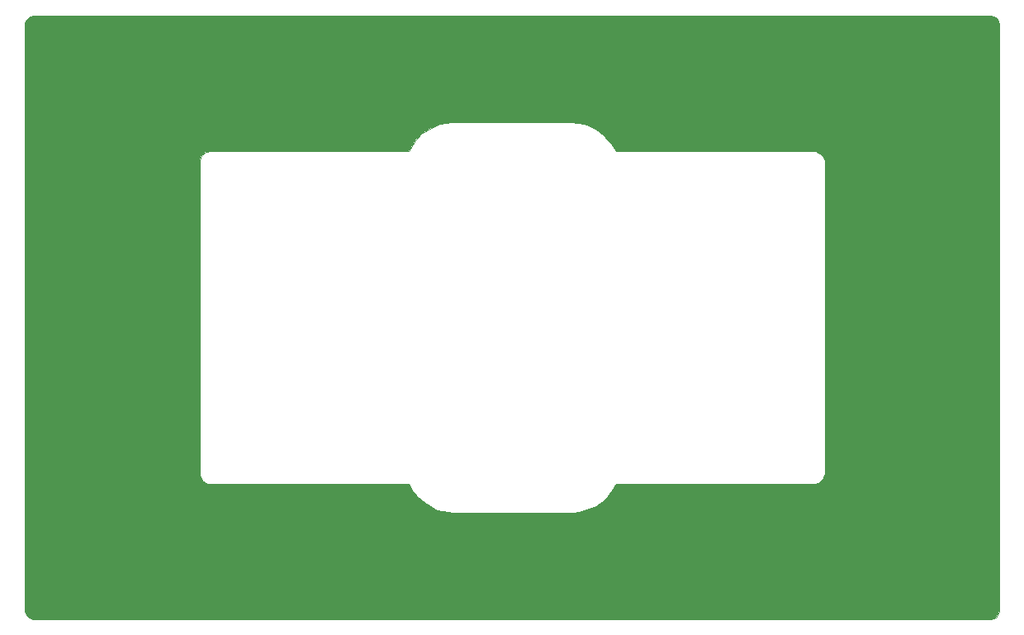
<source format=gbr>
G04 #@! TF.FileFunction,Soldermask,Bot*
%FSLAX46Y46*%
G04 Gerber Fmt 4.6, Leading zero omitted, Abs format (unit mm)*
G04 Created by KiCad (PCBNEW 0.201603210401+6634~43~ubuntu14.04.1-product) date Mon 18 Apr 2016 03:28:45 PM CEST*
%MOMM*%
G01*
G04 APERTURE LIST*
%ADD10C,0.100000*%
%ADD11C,7.400000*%
G04 APERTURE END LIST*
D10*
D11*
X144000000Y-74500000D03*
X56000000Y-74500000D03*
X56000000Y-125500000D03*
X144000000Y-125500000D03*
D10*
G36*
X149379470Y-69146406D02*
X149663944Y-69336056D01*
X149854684Y-69622166D01*
X149950000Y-69908113D01*
X149950000Y-130091887D01*
X149855132Y-130376490D01*
X149568413Y-130758783D01*
X149090370Y-130950000D01*
X51006155Y-130950000D01*
X50620530Y-130853594D01*
X50336056Y-130663944D01*
X50146406Y-130379470D01*
X50050000Y-129993845D01*
X50050000Y-83900000D01*
X67950000Y-83900000D01*
X67950000Y-116200000D01*
X67957125Y-116225725D01*
X68257125Y-116725725D01*
X68274275Y-116742875D01*
X68774275Y-117042875D01*
X68800000Y-117050000D01*
X89370984Y-117050000D01*
X89756588Y-117724807D01*
X89762037Y-117732540D01*
X90362037Y-118432540D01*
X90367460Y-118437963D01*
X91067460Y-119037963D01*
X91074806Y-119043189D01*
X92274806Y-119743189D01*
X92291311Y-119749239D01*
X93991311Y-120049239D01*
X94000000Y-120050000D01*
X106300000Y-120050000D01*
X106310847Y-120048809D01*
X107210847Y-119848809D01*
X107216817Y-119847087D01*
X108616817Y-119347087D01*
X108630697Y-119339468D01*
X109530697Y-118639468D01*
X109539468Y-118630697D01*
X110239468Y-117730697D01*
X110243412Y-117724807D01*
X110629016Y-117050000D01*
X131000000Y-117050000D01*
X131012127Y-117048507D01*
X131412127Y-116948507D01*
X131435355Y-116935355D01*
X131935355Y-116435355D01*
X131948507Y-116412127D01*
X132048507Y-116012127D01*
X132050000Y-116000000D01*
X132050000Y-83900000D01*
X132044721Y-83877639D01*
X131844721Y-83477639D01*
X131835355Y-83464645D01*
X131535355Y-83164645D01*
X131522361Y-83155279D01*
X131122361Y-82955279D01*
X131100000Y-82950000D01*
X110627712Y-82950000D01*
X110142400Y-82173500D01*
X110137370Y-82166782D01*
X109337370Y-81266782D01*
X109330000Y-81260000D01*
X108530000Y-80660000D01*
X108520690Y-80654482D01*
X107420690Y-80154482D01*
X107407603Y-80150581D01*
X106107603Y-79950581D01*
X106100000Y-79950000D01*
X93800000Y-79950000D01*
X93791780Y-79950680D01*
X92591780Y-80150680D01*
X92579693Y-80154309D01*
X91679693Y-80554309D01*
X91674275Y-80557125D01*
X90674275Y-81157125D01*
X90662037Y-81167460D01*
X90062037Y-81867460D01*
X90057817Y-81873156D01*
X89372553Y-82950000D01*
X69100000Y-82950000D01*
X69090194Y-82950971D01*
X68590194Y-83050971D01*
X68570000Y-83060000D01*
X68170000Y-83360000D01*
X68153576Y-83381430D01*
X67953576Y-83881430D01*
X67950000Y-83900000D01*
X50050000Y-83900000D01*
X50050000Y-69908113D01*
X50145316Y-69622166D01*
X50336056Y-69336056D01*
X50622166Y-69145316D01*
X50908113Y-69050000D01*
X148993845Y-69050000D01*
X149379470Y-69146406D01*
X149379470Y-69146406D01*
G37*
X149379470Y-69146406D02*
X149663944Y-69336056D01*
X149854684Y-69622166D01*
X149950000Y-69908113D01*
X149950000Y-130091887D01*
X149855132Y-130376490D01*
X149568413Y-130758783D01*
X149090370Y-130950000D01*
X51006155Y-130950000D01*
X50620530Y-130853594D01*
X50336056Y-130663944D01*
X50146406Y-130379470D01*
X50050000Y-129993845D01*
X50050000Y-83900000D01*
X67950000Y-83900000D01*
X67950000Y-116200000D01*
X67957125Y-116225725D01*
X68257125Y-116725725D01*
X68274275Y-116742875D01*
X68774275Y-117042875D01*
X68800000Y-117050000D01*
X89370984Y-117050000D01*
X89756588Y-117724807D01*
X89762037Y-117732540D01*
X90362037Y-118432540D01*
X90367460Y-118437963D01*
X91067460Y-119037963D01*
X91074806Y-119043189D01*
X92274806Y-119743189D01*
X92291311Y-119749239D01*
X93991311Y-120049239D01*
X94000000Y-120050000D01*
X106300000Y-120050000D01*
X106310847Y-120048809D01*
X107210847Y-119848809D01*
X107216817Y-119847087D01*
X108616817Y-119347087D01*
X108630697Y-119339468D01*
X109530697Y-118639468D01*
X109539468Y-118630697D01*
X110239468Y-117730697D01*
X110243412Y-117724807D01*
X110629016Y-117050000D01*
X131000000Y-117050000D01*
X131012127Y-117048507D01*
X131412127Y-116948507D01*
X131435355Y-116935355D01*
X131935355Y-116435355D01*
X131948507Y-116412127D01*
X132048507Y-116012127D01*
X132050000Y-116000000D01*
X132050000Y-83900000D01*
X132044721Y-83877639D01*
X131844721Y-83477639D01*
X131835355Y-83464645D01*
X131535355Y-83164645D01*
X131522361Y-83155279D01*
X131122361Y-82955279D01*
X131100000Y-82950000D01*
X110627712Y-82950000D01*
X110142400Y-82173500D01*
X110137370Y-82166782D01*
X109337370Y-81266782D01*
X109330000Y-81260000D01*
X108530000Y-80660000D01*
X108520690Y-80654482D01*
X107420690Y-80154482D01*
X107407603Y-80150581D01*
X106107603Y-79950581D01*
X106100000Y-79950000D01*
X93800000Y-79950000D01*
X93791780Y-79950680D01*
X92591780Y-80150680D01*
X92579693Y-80154309D01*
X91679693Y-80554309D01*
X91674275Y-80557125D01*
X90674275Y-81157125D01*
X90662037Y-81167460D01*
X90062037Y-81867460D01*
X90057817Y-81873156D01*
X89372553Y-82950000D01*
X69100000Y-82950000D01*
X69090194Y-82950971D01*
X68590194Y-83050971D01*
X68570000Y-83060000D01*
X68170000Y-83360000D01*
X68153576Y-83381430D01*
X67953576Y-83881430D01*
X67950000Y-83900000D01*
X50050000Y-83900000D01*
X50050000Y-69908113D01*
X50145316Y-69622166D01*
X50336056Y-69336056D01*
X50622166Y-69145316D01*
X50908113Y-69050000D01*
X148993845Y-69050000D01*
X149379470Y-69146406D01*
M02*

</source>
